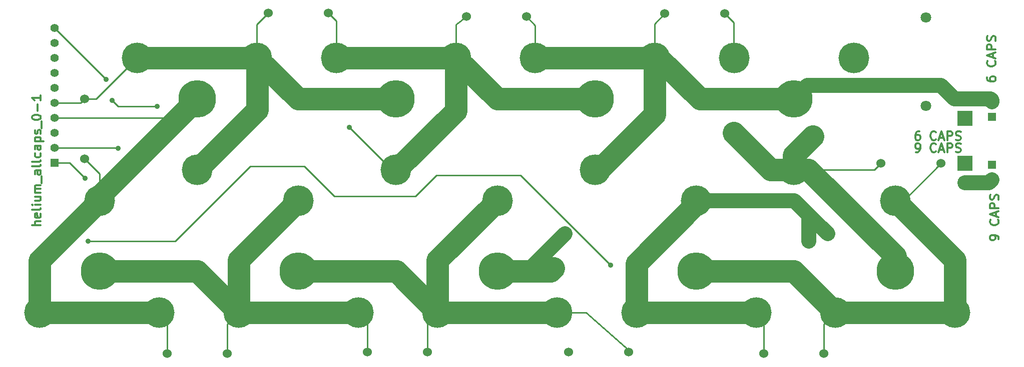
<source format=gtl>
G04 (created by PCBNEW (2013-05-31 BZR 4019)-stable) date 4/29/2014 5:18:13 PM*
%MOIN*%
G04 Gerber Fmt 3.4, Leading zero omitted, Abs format*
%FSLAX34Y34*%
G01*
G70*
G90*
G04 APERTURE LIST*
%ADD10C,0.00393701*%
%ADD11C,0.011811*%
%ADD12C,0.0708661*%
%ADD13R,0.1X0.1*%
%ADD14C,0.1*%
%ADD15R,0.055X0.055*%
%ADD16C,0.055*%
%ADD17C,0.25*%
%ADD18C,0.204724*%
%ADD19C,0.06*%
%ADD20C,0.035*%
%ADD21C,0.01*%
%ADD22C,0.15*%
%ADD23C,0.1*%
G04 APERTURE END LIST*
G54D10*
G54D11*
X18839Y-37916D02*
X18248Y-37916D01*
X18839Y-37663D02*
X18529Y-37663D01*
X18473Y-37691D01*
X18445Y-37747D01*
X18445Y-37832D01*
X18473Y-37888D01*
X18501Y-37916D01*
X18810Y-37157D02*
X18839Y-37213D01*
X18839Y-37326D01*
X18810Y-37382D01*
X18754Y-37410D01*
X18529Y-37410D01*
X18473Y-37382D01*
X18445Y-37326D01*
X18445Y-37213D01*
X18473Y-37157D01*
X18529Y-37129D01*
X18585Y-37129D01*
X18642Y-37410D01*
X18839Y-36791D02*
X18810Y-36848D01*
X18754Y-36876D01*
X18248Y-36876D01*
X18839Y-36566D02*
X18445Y-36566D01*
X18248Y-36566D02*
X18276Y-36594D01*
X18304Y-36566D01*
X18276Y-36538D01*
X18248Y-36566D01*
X18304Y-36566D01*
X18445Y-36032D02*
X18839Y-36032D01*
X18445Y-36285D02*
X18754Y-36285D01*
X18810Y-36257D01*
X18839Y-36201D01*
X18839Y-36116D01*
X18810Y-36060D01*
X18782Y-36032D01*
X18839Y-35751D02*
X18445Y-35751D01*
X18501Y-35751D02*
X18473Y-35723D01*
X18445Y-35666D01*
X18445Y-35582D01*
X18473Y-35526D01*
X18529Y-35498D01*
X18839Y-35498D01*
X18529Y-35498D02*
X18473Y-35470D01*
X18445Y-35413D01*
X18445Y-35329D01*
X18473Y-35273D01*
X18529Y-35245D01*
X18839Y-35245D01*
X18895Y-35104D02*
X18895Y-34654D01*
X18839Y-34260D02*
X18529Y-34260D01*
X18473Y-34288D01*
X18445Y-34345D01*
X18445Y-34457D01*
X18473Y-34513D01*
X18810Y-34260D02*
X18839Y-34317D01*
X18839Y-34457D01*
X18810Y-34513D01*
X18754Y-34542D01*
X18698Y-34542D01*
X18642Y-34513D01*
X18614Y-34457D01*
X18614Y-34317D01*
X18585Y-34260D01*
X18839Y-33895D02*
X18810Y-33951D01*
X18754Y-33979D01*
X18248Y-33979D01*
X18839Y-33585D02*
X18810Y-33642D01*
X18754Y-33670D01*
X18248Y-33670D01*
X18810Y-33107D02*
X18839Y-33164D01*
X18839Y-33276D01*
X18810Y-33332D01*
X18782Y-33360D01*
X18726Y-33389D01*
X18557Y-33389D01*
X18501Y-33360D01*
X18473Y-33332D01*
X18445Y-33276D01*
X18445Y-33164D01*
X18473Y-33107D01*
X18839Y-32601D02*
X18529Y-32601D01*
X18473Y-32629D01*
X18445Y-32686D01*
X18445Y-32798D01*
X18473Y-32854D01*
X18810Y-32601D02*
X18839Y-32657D01*
X18839Y-32798D01*
X18810Y-32854D01*
X18754Y-32882D01*
X18698Y-32882D01*
X18642Y-32854D01*
X18614Y-32798D01*
X18614Y-32657D01*
X18585Y-32601D01*
X18445Y-32320D02*
X19035Y-32320D01*
X18473Y-32320D02*
X18445Y-32264D01*
X18445Y-32151D01*
X18473Y-32095D01*
X18501Y-32067D01*
X18557Y-32039D01*
X18726Y-32039D01*
X18782Y-32067D01*
X18810Y-32095D01*
X18839Y-32151D01*
X18839Y-32264D01*
X18810Y-32320D01*
X18810Y-31814D02*
X18839Y-31758D01*
X18839Y-31645D01*
X18810Y-31589D01*
X18754Y-31561D01*
X18726Y-31561D01*
X18670Y-31589D01*
X18642Y-31645D01*
X18642Y-31729D01*
X18614Y-31786D01*
X18557Y-31814D01*
X18529Y-31814D01*
X18473Y-31786D01*
X18445Y-31729D01*
X18445Y-31645D01*
X18473Y-31589D01*
X18895Y-31448D02*
X18895Y-30998D01*
X18248Y-30745D02*
X18248Y-30689D01*
X18276Y-30633D01*
X18304Y-30605D01*
X18360Y-30576D01*
X18473Y-30548D01*
X18614Y-30548D01*
X18726Y-30576D01*
X18782Y-30605D01*
X18810Y-30633D01*
X18839Y-30689D01*
X18839Y-30745D01*
X18810Y-30801D01*
X18782Y-30830D01*
X18726Y-30858D01*
X18614Y-30886D01*
X18473Y-30886D01*
X18360Y-30858D01*
X18304Y-30830D01*
X18276Y-30801D01*
X18248Y-30745D01*
X18614Y-30295D02*
X18614Y-29845D01*
X18839Y-29255D02*
X18839Y-29592D01*
X18839Y-29423D02*
X18248Y-29423D01*
X18332Y-29480D01*
X18389Y-29536D01*
X18417Y-29592D01*
X82639Y-38862D02*
X82639Y-38749D01*
X82610Y-38693D01*
X82582Y-38665D01*
X82498Y-38609D01*
X82385Y-38581D01*
X82160Y-38581D01*
X82104Y-38609D01*
X82076Y-38637D01*
X82048Y-38693D01*
X82048Y-38806D01*
X82076Y-38862D01*
X82104Y-38890D01*
X82160Y-38918D01*
X82301Y-38918D01*
X82357Y-38890D01*
X82385Y-38862D01*
X82414Y-38806D01*
X82414Y-38693D01*
X82385Y-38637D01*
X82357Y-38609D01*
X82301Y-38581D01*
X82582Y-37540D02*
X82610Y-37568D01*
X82639Y-37653D01*
X82639Y-37709D01*
X82610Y-37793D01*
X82554Y-37849D01*
X82498Y-37878D01*
X82385Y-37906D01*
X82301Y-37906D01*
X82189Y-37878D01*
X82132Y-37849D01*
X82076Y-37793D01*
X82048Y-37709D01*
X82048Y-37653D01*
X82076Y-37568D01*
X82104Y-37540D01*
X82470Y-37315D02*
X82470Y-37034D01*
X82639Y-37371D02*
X82048Y-37175D01*
X82639Y-36978D01*
X82639Y-36781D02*
X82048Y-36781D01*
X82048Y-36556D01*
X82076Y-36500D01*
X82104Y-36471D01*
X82160Y-36443D01*
X82245Y-36443D01*
X82301Y-36471D01*
X82329Y-36500D01*
X82357Y-36556D01*
X82357Y-36781D01*
X82610Y-36218D02*
X82639Y-36134D01*
X82639Y-35993D01*
X82610Y-35937D01*
X82582Y-35909D01*
X82526Y-35881D01*
X82470Y-35881D01*
X82414Y-35909D01*
X82385Y-35937D01*
X82357Y-35993D01*
X82329Y-36106D01*
X82301Y-36162D01*
X82273Y-36190D01*
X82217Y-36218D01*
X82160Y-36218D01*
X82104Y-36190D01*
X82076Y-36162D01*
X82048Y-36106D01*
X82048Y-35965D01*
X82076Y-35881D01*
X81848Y-28037D02*
X81848Y-28149D01*
X81876Y-28206D01*
X81904Y-28234D01*
X81989Y-28290D01*
X82101Y-28318D01*
X82326Y-28318D01*
X82382Y-28290D01*
X82410Y-28262D01*
X82439Y-28206D01*
X82439Y-28093D01*
X82410Y-28037D01*
X82382Y-28009D01*
X82326Y-27981D01*
X82185Y-27981D01*
X82129Y-28009D01*
X82101Y-28037D01*
X82073Y-28093D01*
X82073Y-28206D01*
X82101Y-28262D01*
X82129Y-28290D01*
X82185Y-28318D01*
X82382Y-26940D02*
X82410Y-26968D01*
X82439Y-27053D01*
X82439Y-27109D01*
X82410Y-27193D01*
X82354Y-27249D01*
X82298Y-27278D01*
X82185Y-27306D01*
X82101Y-27306D01*
X81989Y-27278D01*
X81932Y-27249D01*
X81876Y-27193D01*
X81848Y-27109D01*
X81848Y-27053D01*
X81876Y-26968D01*
X81904Y-26940D01*
X82270Y-26715D02*
X82270Y-26434D01*
X82439Y-26771D02*
X81848Y-26575D01*
X82439Y-26378D01*
X82439Y-26181D02*
X81848Y-26181D01*
X81848Y-25956D01*
X81876Y-25900D01*
X81904Y-25871D01*
X81960Y-25843D01*
X82045Y-25843D01*
X82101Y-25871D01*
X82129Y-25900D01*
X82157Y-25956D01*
X82157Y-26181D01*
X82410Y-25618D02*
X82439Y-25534D01*
X82439Y-25393D01*
X82410Y-25337D01*
X82382Y-25309D01*
X82326Y-25281D01*
X82270Y-25281D01*
X82214Y-25309D01*
X82185Y-25337D01*
X82157Y-25393D01*
X82129Y-25506D01*
X82101Y-25562D01*
X82073Y-25590D01*
X82017Y-25618D01*
X81960Y-25618D01*
X81904Y-25590D01*
X81876Y-25562D01*
X81848Y-25506D01*
X81848Y-25365D01*
X81876Y-25281D01*
X77137Y-33039D02*
X77250Y-33039D01*
X77306Y-33010D01*
X77334Y-32982D01*
X77390Y-32898D01*
X77418Y-32785D01*
X77418Y-32560D01*
X77390Y-32504D01*
X77362Y-32476D01*
X77306Y-32448D01*
X77193Y-32448D01*
X77137Y-32476D01*
X77109Y-32504D01*
X77081Y-32560D01*
X77081Y-32701D01*
X77109Y-32757D01*
X77137Y-32785D01*
X77193Y-32814D01*
X77306Y-32814D01*
X77362Y-32785D01*
X77390Y-32757D01*
X77418Y-32701D01*
X78459Y-32982D02*
X78431Y-33010D01*
X78346Y-33039D01*
X78290Y-33039D01*
X78206Y-33010D01*
X78150Y-32954D01*
X78121Y-32898D01*
X78093Y-32785D01*
X78093Y-32701D01*
X78121Y-32589D01*
X78150Y-32532D01*
X78206Y-32476D01*
X78290Y-32448D01*
X78346Y-32448D01*
X78431Y-32476D01*
X78459Y-32504D01*
X78684Y-32870D02*
X78965Y-32870D01*
X78628Y-33039D02*
X78824Y-32448D01*
X79021Y-33039D01*
X79218Y-33039D02*
X79218Y-32448D01*
X79443Y-32448D01*
X79499Y-32476D01*
X79528Y-32504D01*
X79556Y-32560D01*
X79556Y-32645D01*
X79528Y-32701D01*
X79499Y-32729D01*
X79443Y-32757D01*
X79218Y-32757D01*
X79781Y-33010D02*
X79865Y-33039D01*
X80006Y-33039D01*
X80062Y-33010D01*
X80090Y-32982D01*
X80118Y-32926D01*
X80118Y-32870D01*
X80090Y-32814D01*
X80062Y-32785D01*
X80006Y-32757D01*
X79893Y-32729D01*
X79837Y-32701D01*
X79809Y-32673D01*
X79781Y-32617D01*
X79781Y-32560D01*
X79809Y-32504D01*
X79837Y-32476D01*
X79893Y-32448D01*
X80034Y-32448D01*
X80118Y-32476D01*
X77362Y-31648D02*
X77250Y-31648D01*
X77193Y-31676D01*
X77165Y-31704D01*
X77109Y-31789D01*
X77081Y-31901D01*
X77081Y-32126D01*
X77109Y-32182D01*
X77137Y-32210D01*
X77193Y-32239D01*
X77306Y-32239D01*
X77362Y-32210D01*
X77390Y-32182D01*
X77418Y-32126D01*
X77418Y-31985D01*
X77390Y-31929D01*
X77362Y-31901D01*
X77306Y-31873D01*
X77193Y-31873D01*
X77137Y-31901D01*
X77109Y-31929D01*
X77081Y-31985D01*
X78459Y-32182D02*
X78431Y-32210D01*
X78346Y-32239D01*
X78290Y-32239D01*
X78206Y-32210D01*
X78150Y-32154D01*
X78121Y-32098D01*
X78093Y-31985D01*
X78093Y-31901D01*
X78121Y-31789D01*
X78150Y-31732D01*
X78206Y-31676D01*
X78290Y-31648D01*
X78346Y-31648D01*
X78431Y-31676D01*
X78459Y-31704D01*
X78684Y-32070D02*
X78965Y-32070D01*
X78628Y-32239D02*
X78824Y-31648D01*
X79021Y-32239D01*
X79218Y-32239D02*
X79218Y-31648D01*
X79443Y-31648D01*
X79499Y-31676D01*
X79528Y-31704D01*
X79556Y-31760D01*
X79556Y-31845D01*
X79528Y-31901D01*
X79499Y-31929D01*
X79443Y-31957D01*
X79218Y-31957D01*
X79781Y-32210D02*
X79865Y-32239D01*
X80006Y-32239D01*
X80062Y-32210D01*
X80090Y-32182D01*
X80118Y-32126D01*
X80118Y-32070D01*
X80090Y-32014D01*
X80062Y-31985D01*
X80006Y-31957D01*
X79893Y-31929D01*
X79837Y-31901D01*
X79809Y-31873D01*
X79781Y-31817D01*
X79781Y-31760D01*
X79809Y-31704D01*
X79837Y-31676D01*
X79893Y-31648D01*
X80034Y-31648D01*
X80118Y-31676D01*
G54D12*
X77800Y-24047D03*
X77800Y-29952D03*
G54D13*
X80400Y-30800D03*
G54D14*
X80400Y-29500D03*
G54D13*
X80400Y-33800D03*
G54D14*
X80400Y-35100D03*
G54D15*
X19750Y-33750D03*
G54D16*
X19750Y-32750D03*
X19750Y-31750D03*
X19750Y-30750D03*
X19750Y-29750D03*
X19750Y-28750D03*
X19750Y-27750D03*
X19750Y-26750D03*
X19750Y-25750D03*
X19750Y-24750D03*
G54D17*
X49250Y-41000D03*
G54D18*
X53226Y-43755D03*
X45273Y-43755D03*
X49250Y-36275D03*
G54D17*
X36000Y-41000D03*
G54D18*
X39976Y-43755D03*
X32023Y-43755D03*
X36000Y-36275D03*
G54D17*
X22750Y-41000D03*
G54D18*
X26726Y-43755D03*
X18773Y-43755D03*
X22750Y-36275D03*
G54D17*
X29250Y-29500D03*
G54D18*
X25273Y-26744D03*
X33226Y-26744D03*
X29250Y-34224D03*
G54D17*
X42500Y-29500D03*
G54D18*
X38523Y-26744D03*
X46476Y-26744D03*
X42500Y-34224D03*
G54D17*
X55750Y-29500D03*
G54D18*
X51773Y-26744D03*
X59726Y-26744D03*
X55750Y-34224D03*
G54D17*
X69000Y-29500D03*
G54D18*
X65023Y-26744D03*
X72976Y-26744D03*
X69000Y-34224D03*
G54D17*
X75750Y-41000D03*
G54D18*
X79726Y-43755D03*
X71773Y-43755D03*
X75750Y-36275D03*
G54D17*
X62500Y-41000D03*
G54D18*
X66476Y-43755D03*
X58523Y-43755D03*
X62500Y-36275D03*
G54D19*
X54000Y-46400D03*
X58000Y-46400D03*
X44600Y-46400D03*
X40600Y-46400D03*
X31250Y-46500D03*
X27250Y-46500D03*
X21750Y-33500D03*
X21750Y-29500D03*
X34000Y-23750D03*
X38000Y-23750D03*
X60400Y-23800D03*
X64400Y-23800D03*
X74800Y-33800D03*
X78800Y-33800D03*
X71000Y-46500D03*
X67000Y-46500D03*
X47200Y-24000D03*
X51200Y-24000D03*
G54D15*
X82200Y-30700D03*
G54D16*
X82200Y-29700D03*
G54D15*
X82200Y-33900D03*
G54D16*
X82200Y-34900D03*
G54D20*
X22000Y-39000D03*
X56800Y-40600D03*
X70250Y-32000D03*
X65000Y-31750D03*
X39400Y-31400D03*
X26600Y-30000D03*
X23600Y-29600D03*
X24000Y-32800D03*
X21800Y-34800D03*
X53000Y-40800D03*
X53750Y-38500D03*
X23200Y-28200D03*
X70000Y-39000D03*
X71250Y-38500D03*
G54D21*
X27800Y-39000D02*
X22000Y-39000D01*
X32800Y-34000D02*
X27800Y-39000D01*
X36400Y-34000D02*
X32800Y-34000D01*
X38400Y-36000D02*
X36400Y-34000D01*
X43800Y-36000D02*
X38400Y-36000D01*
X45200Y-34600D02*
X43800Y-36000D01*
X50800Y-34600D02*
X45200Y-34600D01*
X56800Y-40600D02*
X50800Y-34600D01*
X71000Y-46500D02*
X71000Y-44529D01*
X71000Y-44529D02*
X71773Y-43755D01*
X75750Y-36275D02*
X76324Y-36275D01*
X76324Y-36275D02*
X78800Y-33800D01*
G54D22*
X79726Y-43755D02*
X79726Y-40251D01*
X79726Y-40251D02*
X75750Y-36275D01*
X71773Y-43755D02*
X79726Y-43755D01*
X71773Y-43755D02*
X71755Y-43755D01*
X69000Y-41000D02*
X62500Y-41000D01*
X71755Y-43755D02*
X69000Y-41000D01*
G54D21*
X64400Y-23800D02*
X64800Y-24200D01*
X65000Y-26720D02*
X65023Y-26744D01*
X65000Y-24400D02*
X65000Y-26720D01*
X64800Y-24200D02*
X65000Y-24400D01*
X69000Y-34224D02*
X74375Y-34224D01*
X74375Y-34224D02*
X74800Y-33800D01*
G54D22*
X69000Y-34224D02*
X69000Y-33250D01*
X69000Y-33250D02*
X70250Y-32000D01*
X69000Y-34224D02*
X67474Y-34224D01*
X67474Y-34224D02*
X65000Y-31750D01*
X75750Y-41000D02*
X75750Y-40000D01*
X69974Y-34224D02*
X69000Y-34224D01*
X75750Y-40000D02*
X69974Y-34224D01*
G54D21*
X33226Y-26744D02*
X33226Y-24523D01*
X33226Y-24523D02*
X34000Y-23750D01*
X21750Y-29500D02*
X22517Y-29500D01*
X22517Y-29500D02*
X25273Y-26744D01*
X19750Y-29750D02*
X21500Y-29750D01*
X21500Y-29750D02*
X21750Y-29500D01*
G54D22*
X42500Y-29500D02*
X35982Y-29500D01*
X35982Y-29500D02*
X33226Y-26744D01*
X25273Y-26744D02*
X33226Y-26744D01*
X33226Y-26744D02*
X33250Y-26767D01*
X33250Y-26767D02*
X33250Y-30224D01*
X33250Y-30224D02*
X29250Y-34224D01*
G54D21*
X19750Y-30750D02*
X28000Y-30750D01*
X28000Y-30750D02*
X29250Y-29500D01*
X22750Y-36275D02*
X22750Y-34500D01*
X22750Y-34500D02*
X21750Y-33500D01*
X27250Y-46500D02*
X27250Y-44279D01*
X27250Y-44279D02*
X26726Y-43755D01*
G54D22*
X22750Y-36275D02*
X22750Y-36000D01*
X22750Y-36000D02*
X29250Y-29500D01*
X26726Y-43755D02*
X18773Y-43755D01*
X18773Y-43755D02*
X18750Y-43732D01*
X18750Y-43732D02*
X18750Y-40275D01*
X18750Y-40275D02*
X22750Y-36275D01*
G54D21*
X42224Y-34224D02*
X42500Y-34224D01*
X39400Y-31400D02*
X42224Y-34224D01*
X24000Y-30000D02*
X26600Y-30000D01*
X23600Y-29600D02*
X24000Y-30000D01*
X46476Y-26744D02*
X46476Y-24523D01*
X46476Y-24523D02*
X47200Y-24000D01*
X38523Y-26744D02*
X38523Y-24273D01*
X38523Y-24273D02*
X38000Y-23750D01*
G54D22*
X46476Y-26744D02*
X46494Y-26744D01*
X49250Y-29500D02*
X55750Y-29500D01*
X46494Y-26744D02*
X49250Y-29500D01*
X46476Y-26744D02*
X38523Y-26744D01*
X42500Y-34224D02*
X42525Y-34224D01*
X46476Y-30273D02*
X46476Y-26744D01*
X42525Y-34224D02*
X46476Y-30273D01*
G54D21*
X40600Y-46400D02*
X40600Y-44379D01*
X40600Y-44379D02*
X39976Y-43755D01*
X31250Y-46500D02*
X31250Y-44529D01*
X31250Y-44529D02*
X32023Y-43755D01*
G54D22*
X22750Y-41000D02*
X29267Y-41000D01*
X29267Y-41000D02*
X32023Y-43755D01*
X32023Y-43755D02*
X32023Y-40251D01*
X32023Y-40251D02*
X36000Y-36275D01*
X39976Y-43755D02*
X32023Y-43755D01*
G54D21*
X44600Y-46400D02*
X44600Y-44429D01*
X44600Y-44429D02*
X45273Y-43755D01*
X19750Y-32750D02*
X23950Y-32750D01*
X23950Y-32750D02*
X24000Y-32800D01*
X58000Y-46400D02*
X58000Y-46250D01*
X55155Y-43755D02*
X53226Y-43755D01*
X58000Y-46250D02*
X55155Y-43755D01*
G54D22*
X36000Y-41000D02*
X42517Y-41000D01*
X42517Y-41000D02*
X45273Y-43755D01*
X45273Y-43755D02*
X45273Y-40251D01*
X45273Y-40251D02*
X49250Y-36275D01*
X53226Y-43755D02*
X45273Y-43755D01*
G54D21*
X19750Y-33750D02*
X20750Y-33750D01*
X20750Y-33750D02*
X21800Y-34800D01*
G54D22*
X49250Y-41000D02*
X52800Y-41000D01*
X52800Y-41000D02*
X53000Y-40800D01*
G54D23*
X51250Y-41000D02*
X53750Y-38500D01*
X51250Y-41000D02*
X49250Y-41000D01*
X80400Y-35100D02*
X82000Y-35100D01*
X82000Y-35100D02*
X82200Y-34900D01*
G54D21*
X19750Y-24750D02*
X23200Y-28200D01*
X67000Y-46500D02*
X67000Y-44279D01*
X67000Y-44279D02*
X66476Y-43755D01*
G54D23*
X62500Y-36275D02*
X69025Y-36275D01*
X69025Y-36275D02*
X70000Y-37250D01*
X70000Y-37250D02*
X70000Y-39000D01*
X71250Y-38500D02*
X69025Y-36275D01*
G54D22*
X58523Y-43755D02*
X66476Y-43755D01*
X62500Y-36275D02*
X62500Y-36500D01*
X58523Y-40476D02*
X58523Y-43755D01*
X62500Y-36500D02*
X58523Y-40476D01*
G54D21*
X59726Y-26744D02*
X59726Y-24473D01*
X59726Y-24473D02*
X60400Y-23800D01*
G54D23*
X82200Y-29700D02*
X82200Y-29600D01*
X82100Y-29500D02*
X80400Y-29500D01*
X82200Y-29600D02*
X82100Y-29500D01*
G54D21*
X51773Y-26744D02*
X51773Y-24573D01*
X51773Y-24573D02*
X51200Y-24000D01*
G54D23*
X80400Y-29500D02*
X79700Y-29500D01*
X69900Y-28600D02*
X69000Y-29500D01*
X78800Y-28600D02*
X69900Y-28600D01*
X79700Y-29500D02*
X78800Y-28600D01*
G54D22*
X59726Y-26744D02*
X59994Y-26744D01*
X62750Y-29500D02*
X69000Y-29500D01*
X59994Y-26744D02*
X62750Y-29500D01*
X55750Y-34224D02*
X56025Y-34224D01*
X59726Y-30523D02*
X59726Y-26744D01*
X56025Y-34224D02*
X59726Y-30523D01*
X51773Y-26744D02*
X59726Y-26744D01*
M02*

</source>
